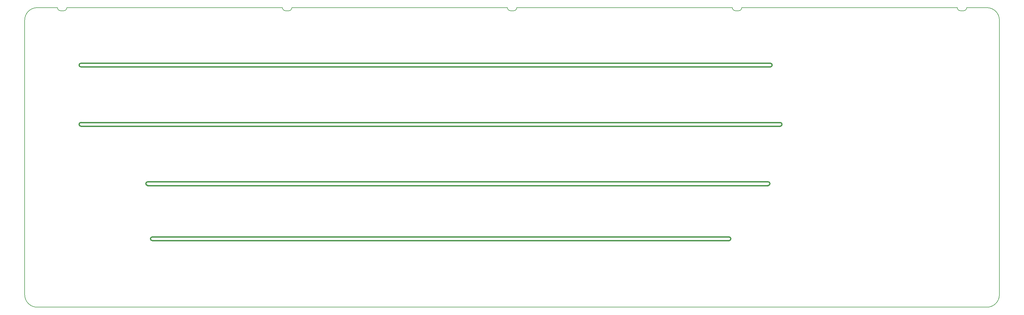
<source format=gbr>
%TF.GenerationSoftware,KiCad,Pcbnew,(5.1.10)-1*%
%TF.CreationDate,2022-05-31T16:30:18+07:00*%
%TF.ProjectId,Leopold Replacement,4c656f70-6f6c-4642-9052-65706c616365,rev?*%
%TF.SameCoordinates,Original*%
%TF.FileFunction,Profile,NP*%
%FSLAX46Y46*%
G04 Gerber Fmt 4.6, Leading zero omitted, Abs format (unit mm)*
G04 Created by KiCad (PCBNEW (5.1.10)-1) date 2022-05-31 16:30:18*
%MOMM*%
%LPD*%
G01*
G04 APERTURE LIST*
%TA.AperFunction,Profile*%
%ADD10C,0.400000*%
%TD*%
%TA.AperFunction,Profile*%
%ADD11C,0.200000*%
%TD*%
G04 APERTURE END LIST*
D10*
X42862752Y-73516842D02*
X227410712Y-73516842D01*
X42862752Y-74716842D02*
X227410712Y-74716842D01*
X227410712Y-73516842D02*
G75*
G02*
X227410712Y-74716842I0J-600000D01*
G01*
X42862752Y-74716842D02*
G75*
G02*
X42862752Y-73516842I0J600000D01*
G01*
X41374462Y-57030000D02*
G75*
G02*
X41374462Y-55830000I0J600000D01*
G01*
X41374462Y-55830000D02*
X239912348Y-55830000D01*
X239912348Y-55830000D02*
G75*
G02*
X239912348Y-57030000I0J-600000D01*
G01*
X41374462Y-57030000D02*
X239912348Y-57030000D01*
X20010000Y-36820000D02*
X243781902Y-36820000D01*
X20010000Y-38020000D02*
X243781902Y-38020000D01*
X243781902Y-36820000D02*
G75*
G02*
X243781902Y-38020000I0J-600000D01*
G01*
X20010000Y-38020000D02*
G75*
G02*
X20010000Y-36820000I0J600000D01*
G01*
X20010000Y-19010000D02*
G75*
G02*
X20010000Y-17810000I0J600000D01*
G01*
X20010000Y-17810000D02*
X240625000Y-17810000D01*
X240625000Y-17810000D02*
G75*
G02*
X240625000Y-19010000I0J-600000D01*
G01*
X20010000Y-19010000D02*
X240625000Y-19010000D01*
D11*
X303500000Y0D02*
X309966000Y0D01*
X231500000Y0D02*
X300500000Y0D01*
X159500000Y0D02*
X228500000Y0D01*
X87500000Y0D02*
X156500000Y0D01*
X301500000Y-1000000D02*
X302500000Y-1000000D01*
X302500000Y-1000000D02*
G75*
G03*
X303500000Y0I0J1000000D01*
G01*
X300500000Y0D02*
G75*
G03*
X301500000Y-1000000I1000000J0D01*
G01*
X229500000Y-1000000D02*
X230500000Y-1000000D01*
X230500000Y-1000000D02*
G75*
G03*
X231500000Y0I0J1000000D01*
G01*
X228500000Y0D02*
G75*
G03*
X229500000Y-1000000I1000000J0D01*
G01*
X157500000Y-1000000D02*
X158500000Y-1000000D01*
X158500000Y-1000000D02*
G75*
G03*
X159500000Y0I0J1000000D01*
G01*
X156500000Y0D02*
G75*
G03*
X157500000Y-1000000I1000000J0D01*
G01*
X85500000Y-1000000D02*
X86500000Y-1000000D01*
X86500000Y-1000000D02*
G75*
G03*
X87500000Y0I0J1000000D01*
G01*
X84500000Y0D02*
G75*
G03*
X85500000Y-1000000I1000000J0D01*
G01*
X6000000Y0D02*
X12500000Y0D01*
X13500000Y-1000000D02*
X14500000Y-1000000D01*
X14500000Y-1000000D02*
G75*
G03*
X15500000Y0I0J1000000D01*
G01*
X12500000Y0D02*
G75*
G03*
X13500000Y-1000000I1000000J0D01*
G01*
X313966000Y-92050300D02*
X313966000Y-4000000D01*
X309966000Y0D02*
G75*
G02*
X313966000Y-4000000I0J-4000000D01*
G01*
X84500000Y0D02*
X15500000Y0D01*
X6000000Y-96050300D02*
G75*
G02*
X2000000Y-92050300I0J4000000D01*
G01*
X6000000Y-96050300D02*
X309966000Y-96050300D01*
X2000000Y-4000000D02*
G75*
G02*
X6000000Y0I4000000J0D01*
G01*
X313966000Y-92050300D02*
G75*
G02*
X309966000Y-96050300I-4000000J0D01*
G01*
X2000000Y-4000000D02*
X2000000Y-92050300D01*
M02*

</source>
